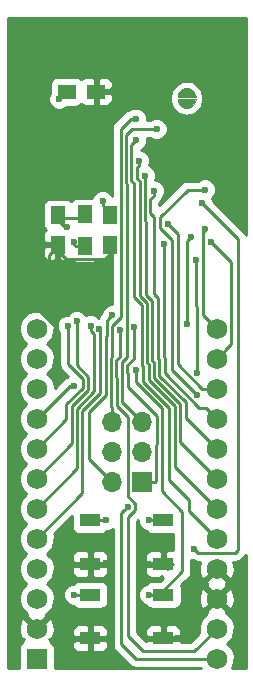
<source format=gbr>
G04 #@! TF.FileFunction,Copper,L2,Bot,Signal*
%FSLAX46Y46*%
G04 Gerber Fmt 4.6, Leading zero omitted, Abs format (unit mm)*
G04 Created by KiCad (PCBNEW 4.0.7) date 05/29/18 11:00:58*
%MOMM*%
%LPD*%
G01*
G04 APERTURE LIST*
%ADD10C,0.100000*%
%ADD11C,0.010000*%
%ADD12R,1.800000X1.100000*%
%ADD13R,1.752600X1.752600*%
%ADD14C,1.752600*%
%ADD15R,1.250000X1.500000*%
%ADD16C,0.400000*%
%ADD17R,1.300000X1.500000*%
%ADD18R,1.700000X1.700000*%
%ADD19O,1.700000X1.700000*%
%ADD20R,1.500000X1.250000*%
%ADD21C,0.600000*%
%ADD22C,0.250000*%
%ADD23C,0.254000*%
G04 APERTURE END LIST*
D10*
D11*
G36*
X113550000Y-104806000D02*
X113595200Y-105062500D01*
X113725500Y-105288100D01*
X113925000Y-105455500D01*
X114169800Y-105544600D01*
X114430200Y-105544600D01*
X114675000Y-105455500D01*
X114874500Y-105288100D01*
X115004800Y-105062500D01*
X115050000Y-104806000D01*
X113550000Y-104806000D01*
X113550000Y-104806000D01*
G37*
X113550000Y-104806000D02*
X113595200Y-105062500D01*
X113725500Y-105288100D01*
X113925000Y-105455500D01*
X114169800Y-105544600D01*
X114430200Y-105544600D01*
X114675000Y-105455500D01*
X114874500Y-105288100D01*
X115004800Y-105062500D01*
X115050000Y-104806000D01*
X113550000Y-104806000D01*
G36*
X115050000Y-104606000D02*
X115004800Y-104349500D01*
X114874500Y-104123900D01*
X114675000Y-103956500D01*
X114430200Y-103867400D01*
X114169800Y-103867400D01*
X113925000Y-103956500D01*
X113725500Y-104123900D01*
X113595200Y-104349500D01*
X113550000Y-104606000D01*
X115050000Y-104606000D01*
X115050000Y-104606000D01*
G37*
X115050000Y-104606000D02*
X115004800Y-104349500D01*
X114874500Y-104123900D01*
X114675000Y-103956500D01*
X114430200Y-103867400D01*
X114169800Y-103867400D01*
X113925000Y-103956500D01*
X113725500Y-104123900D01*
X113595200Y-104349500D01*
X113550000Y-104606000D01*
X115050000Y-104606000D01*
D12*
X106131500Y-144145000D03*
X112331500Y-144145000D03*
X106131500Y-140445000D03*
X112331500Y-140445000D03*
D13*
X101600000Y-152146000D03*
D14*
X101600000Y-149606000D03*
X101600000Y-147066000D03*
X101600000Y-144526000D03*
X101600000Y-141986000D03*
X101600000Y-139446000D03*
X101600000Y-136906000D03*
X101600000Y-134366000D03*
X101600000Y-131826000D03*
X101600000Y-129286000D03*
X101600000Y-126746000D03*
X101600000Y-124206000D03*
X116840000Y-124206000D03*
X116840000Y-126746000D03*
X116840000Y-129286000D03*
X116840000Y-131826000D03*
X116840000Y-134366000D03*
X116840000Y-136906000D03*
X116840000Y-139446000D03*
X116840000Y-141986000D03*
X116840000Y-144526000D03*
X116840000Y-147066000D03*
X116840000Y-149606000D03*
X116840000Y-152146000D03*
D15*
X103378000Y-114594000D03*
X103378000Y-117094000D03*
D16*
X114300000Y-104256000D03*
X114300000Y-105156000D03*
X114300000Y-105156000D03*
X114300000Y-104256000D03*
D17*
X105664000Y-114521000D03*
X105664000Y-117221000D03*
D12*
X112320000Y-146740000D03*
X106120000Y-146740000D03*
X112320000Y-150440000D03*
X106120000Y-150440000D03*
D18*
X110490000Y-137160000D03*
D19*
X107950000Y-137160000D03*
X110490000Y-134620000D03*
X107950000Y-134620000D03*
X110490000Y-132080000D03*
X107950000Y-132080000D03*
D15*
X107823000Y-114594000D03*
X107823000Y-117094000D03*
D20*
X104140000Y-104140000D03*
X106640000Y-104140000D03*
D21*
X111125000Y-144153500D03*
X102616000Y-118618000D03*
X100076000Y-121412000D03*
X103251000Y-125095000D03*
X107442000Y-144018000D03*
X113538000Y-150368000D03*
X103124000Y-100076000D03*
X102362000Y-100076000D03*
X109474000Y-100076000D03*
X116078000Y-100076000D03*
X116078000Y-98806000D03*
X109474000Y-98806000D03*
X103124000Y-98806000D03*
X102362000Y-98806000D03*
X104774982Y-150558500D03*
X104140000Y-115570000D03*
X107188000Y-113411008D03*
X109982000Y-106426000D03*
X114333020Y-123842782D03*
X110012480Y-127692819D03*
X114670840Y-116471700D03*
X111115010Y-146740000D03*
X104775000Y-146740000D03*
X111760000Y-107315000D03*
X104775000Y-116840000D03*
X114935000Y-142875000D03*
X111115010Y-140453500D03*
X107442000Y-140453500D03*
X115570000Y-113538002D03*
X104775000Y-129029460D03*
X109867915Y-124106021D03*
X107981389Y-123087320D03*
X106917880Y-124206004D03*
X106160576Y-123948109D03*
X104976278Y-123603443D03*
X104239847Y-123961990D03*
X115176300Y-127944880D03*
X115062000Y-118364000D03*
X116332000Y-116840000D03*
X115869720Y-115742720D03*
X110041021Y-108204000D03*
X110236000Y-109982000D03*
X110744000Y-111252000D03*
X111506000Y-112522000D03*
X112356900Y-117088920D03*
X112717580Y-115392200D03*
X108617903Y-124289363D03*
X109296200Y-139291060D03*
X115854480Y-112435640D03*
X115211860Y-129821940D03*
X103505000Y-104775000D03*
D22*
X106640000Y-104140000D02*
X107640000Y-104140000D01*
X107640000Y-104140000D02*
X109474000Y-102306000D01*
X109474000Y-102306000D02*
X109474000Y-100500264D01*
X109474000Y-100500264D02*
X109474000Y-100076000D01*
X112331500Y-144145000D02*
X111133500Y-144145000D01*
X111133500Y-144145000D02*
X111125000Y-144153500D01*
X106131500Y-144145000D02*
X107315000Y-144145000D01*
X107315000Y-144145000D02*
X107442000Y-144018000D01*
X103251000Y-117348000D02*
X103251000Y-117473000D01*
X103251000Y-117473000D02*
X104103000Y-118325000D01*
X104103000Y-118325000D02*
X107325000Y-118325000D01*
X107325000Y-118325000D02*
X107950000Y-117700000D01*
X107950000Y-117700000D02*
X107950000Y-117475000D01*
X102616000Y-118618000D02*
X102616000Y-117983000D01*
X102616000Y-117983000D02*
X103251000Y-117348000D01*
X103251000Y-125095000D02*
X103251000Y-124079074D01*
X103251000Y-124079074D02*
X100583926Y-121412000D01*
X100583926Y-121412000D02*
X100076000Y-121412000D01*
X112712500Y-144526000D02*
X112331500Y-144145000D01*
X112331500Y-144145000D02*
X113103499Y-144145000D01*
X112320000Y-150440000D02*
X113466000Y-150440000D01*
X113466000Y-150440000D02*
X113538000Y-150368000D01*
X104774982Y-150558500D02*
X106001500Y-150558500D01*
X106001500Y-150558500D02*
X106120000Y-150440000D01*
X102362000Y-100076000D02*
X103124000Y-100076000D01*
X116078000Y-100076000D02*
X109474000Y-100076000D01*
X109474000Y-98806000D02*
X116078000Y-98806000D01*
X102362000Y-98806000D02*
X103124000Y-98806000D01*
X104140000Y-115570000D02*
X103973000Y-115570000D01*
X103973000Y-115570000D02*
X103251000Y-114848000D01*
X103251000Y-114848000D02*
X105464000Y-114848000D01*
X105464000Y-114848000D02*
X105791000Y-114521000D01*
X107950000Y-114554000D02*
X107188000Y-113792000D01*
X107188000Y-113792000D02*
X107188000Y-113411008D01*
X107950000Y-130877919D02*
X107887585Y-130815504D01*
X108710977Y-112053212D02*
X108710977Y-107272759D01*
X107992901Y-123989361D02*
X108779988Y-123202274D01*
X107887585Y-126692429D02*
X107992901Y-126587113D01*
X108779988Y-123202274D02*
X108779988Y-112122223D01*
X107992901Y-126587113D02*
X107992901Y-123989361D01*
X109557736Y-106426000D02*
X109982000Y-106426000D01*
X107950000Y-132080000D02*
X107950000Y-130877919D01*
X108779988Y-112122223D02*
X108710977Y-112053212D01*
X108710977Y-107272759D02*
X109557736Y-106426000D01*
X107887585Y-130815504D02*
X107887585Y-126692429D01*
X114333020Y-123418518D02*
X114333020Y-123842782D01*
X114670840Y-116471700D02*
X114333020Y-116809520D01*
X114333020Y-116809520D02*
X114333020Y-123418518D01*
X113931510Y-139712510D02*
X112220171Y-138001171D01*
X113931510Y-140258600D02*
X113931510Y-139712510D01*
X110012480Y-128757115D02*
X110012480Y-128117083D01*
X112220171Y-138001171D02*
X112220171Y-130964806D01*
X110012480Y-128117083D02*
X110012480Y-127692819D01*
X112220171Y-130964806D02*
X110012480Y-128757115D01*
X111539274Y-146740000D02*
X111115010Y-146740000D01*
X111959000Y-146740000D02*
X111539274Y-146740000D01*
X113931510Y-144767490D02*
X111959000Y-146740000D01*
X113931510Y-140258600D02*
X113931510Y-144767490D01*
X112320000Y-146740000D02*
X111115010Y-146740000D01*
X113931510Y-140258600D02*
X113919000Y-140246090D01*
X106120000Y-146740000D02*
X104775000Y-146740000D01*
X109229999Y-123651677D02*
X109229999Y-111935823D01*
X109242913Y-123664591D02*
X109229999Y-123651677D01*
X110490000Y-132080000D02*
X108843702Y-130433702D01*
X108843702Y-128180037D02*
X108787607Y-128123942D01*
X109691992Y-107315000D02*
X111335736Y-107315000D01*
X108787607Y-127065229D02*
X109242913Y-126609923D01*
X111335736Y-107315000D02*
X111760000Y-107315000D01*
X109160988Y-111866812D02*
X109160988Y-107846004D01*
X109229999Y-111935823D02*
X109160988Y-111866812D01*
X108787607Y-128123942D02*
X108787607Y-127065229D01*
X109242913Y-126609923D02*
X109242913Y-123664591D01*
X108843702Y-130433702D02*
X108843702Y-128180037D01*
X109160988Y-107846004D02*
X109691992Y-107315000D01*
X104775000Y-117105000D02*
X104775000Y-116840000D01*
X104891000Y-117221000D02*
X104775000Y-117105000D01*
X105791000Y-117221000D02*
X104891000Y-117221000D01*
X116223801Y-143187301D02*
X115247301Y-143187301D01*
X115247301Y-143187301D02*
X114935000Y-142875000D01*
X111123510Y-140445000D02*
X111115010Y-140453500D01*
X112331500Y-140445000D02*
X111123510Y-140445000D01*
X106131500Y-140445000D02*
X107433500Y-140445000D01*
X107433500Y-140445000D02*
X107442000Y-140453500D01*
X118432699Y-143187301D02*
X118663997Y-142956003D01*
X115869999Y-113838001D02*
X115570000Y-113538002D01*
X118663997Y-142956003D02*
X118663997Y-116631999D01*
X118663997Y-116631999D02*
X115869999Y-113838001D01*
X116223801Y-143187301D02*
X118432699Y-143187301D01*
X104396540Y-129029460D02*
X104775000Y-129029460D01*
X101600000Y-131826000D02*
X104396540Y-129029460D01*
X101854000Y-131826000D02*
X101600000Y-131826000D01*
X111590000Y-137160000D02*
X111665001Y-137084999D01*
X111770160Y-133950840D02*
X111770160Y-131621158D01*
X111770160Y-131621158D02*
X109293713Y-129144711D01*
X109293713Y-129144711D02*
X109293713Y-127993637D01*
X109867915Y-126707241D02*
X109867915Y-124530285D01*
X111665001Y-134055999D02*
X111770160Y-133950840D01*
X109293713Y-127993637D02*
X109237618Y-127937542D01*
X109867915Y-124530285D02*
X109867915Y-124106021D01*
X109237618Y-127337538D02*
X109867915Y-126707241D01*
X109237618Y-127937542D02*
X109237618Y-127337538D01*
X110490000Y-137160000D02*
X111590000Y-137160000D01*
X111665001Y-137084999D02*
X111665001Y-134055999D01*
X107542890Y-124775765D02*
X107542890Y-123525819D01*
X107437574Y-124881081D02*
X107542890Y-124775765D01*
X107437574Y-129837534D02*
X107437574Y-124881081D01*
X106045000Y-131230108D02*
X107437574Y-129837534D01*
X106045000Y-135255000D02*
X106045000Y-131230108D01*
X107950000Y-137160000D02*
X106045000Y-135255000D01*
X107681390Y-123387319D02*
X107981389Y-123087320D01*
X107542890Y-123525819D02*
X107681390Y-123387319D01*
X106943280Y-124231404D02*
X106917880Y-124206004D01*
X105467991Y-131170706D02*
X106943280Y-129695417D01*
X105467991Y-138118009D02*
X105467991Y-131170706D01*
X101600000Y-141986000D02*
X105467991Y-138118009D01*
X106943280Y-129695417D02*
X106943280Y-124231404D01*
X106160576Y-124372373D02*
X106160576Y-123948109D01*
X101600000Y-139446000D02*
X105017980Y-136028020D01*
X105017980Y-136028020D02*
X105017980Y-130984306D01*
X106472003Y-124683800D02*
X106160576Y-124372373D01*
X106472003Y-129530283D02*
X106472003Y-124683800D01*
X105017980Y-130984306D02*
X106472003Y-129530283D01*
X104976278Y-124027707D02*
X104976278Y-123603443D01*
X105977013Y-128291598D02*
X104976278Y-127290863D01*
X105977013Y-129388862D02*
X105977013Y-128291598D01*
X104567969Y-133938031D02*
X104567969Y-130797906D01*
X101600000Y-136906000D02*
X104567969Y-133938031D01*
X104567969Y-130797906D02*
X105977013Y-129388862D01*
X104976278Y-127290863D02*
X104976278Y-124027707D01*
X104239847Y-127190843D02*
X104239847Y-124386254D01*
X104239847Y-124386254D02*
X104239847Y-123961990D01*
X105527002Y-128477998D02*
X104239847Y-127190843D01*
X104117958Y-130611506D02*
X105527002Y-129202462D01*
X104117958Y-131848042D02*
X104117958Y-130611506D01*
X101600000Y-134366000D02*
X104117958Y-131848042D01*
X105527002Y-129202462D02*
X105527002Y-128477998D01*
X115176300Y-122989460D02*
X115176300Y-127520616D01*
X115135821Y-122948981D02*
X115176300Y-122989460D01*
X115062000Y-118364000D02*
X115062000Y-122275158D01*
X115062000Y-122275158D02*
X115135821Y-122348979D01*
X115135821Y-122348979D02*
X115135821Y-122948981D01*
X115176300Y-127520616D02*
X115176300Y-127944880D01*
X116332000Y-116840000D02*
X118041301Y-118549301D01*
X118041301Y-118549301D02*
X118041301Y-125544699D01*
X118041301Y-125544699D02*
X117716299Y-125869701D01*
X117716299Y-125869701D02*
X116840000Y-126746000D01*
X116840000Y-124206000D02*
X115687002Y-123053002D01*
X115687002Y-123053002D02*
X115687002Y-116024498D01*
X115869720Y-115841780D02*
X115869720Y-115742720D01*
X115687002Y-116024498D02*
X115869720Y-115841780D01*
X110637481Y-127431517D02*
X110492925Y-127286961D01*
X110492925Y-127286961D02*
X110492925Y-122208534D01*
X109741022Y-108503999D02*
X110041021Y-108204000D01*
X109610999Y-111680412D02*
X109610999Y-108634022D01*
X110492925Y-122208534D02*
X109855009Y-121570618D01*
X109855009Y-121570618D02*
X109855009Y-111924422D01*
X116840000Y-141986000D02*
X114496011Y-139642011D01*
X114496011Y-139642011D02*
X114496011Y-138751600D01*
X114496011Y-138751600D02*
X112788700Y-137044289D01*
X112788700Y-137044289D02*
X112788700Y-130896924D01*
X109610999Y-108634022D02*
X109741022Y-108503999D01*
X112788700Y-130896924D02*
X110637481Y-128745705D01*
X109855009Y-111924422D02*
X109610999Y-111680412D01*
X110637481Y-128745705D02*
X110637481Y-127431517D01*
X110118999Y-110523265D02*
X110236000Y-110406264D01*
X110313449Y-111746451D02*
X110118999Y-111552001D01*
X110118999Y-111552001D02*
X110118999Y-110523265D01*
X116840000Y-139446000D02*
X113321669Y-135927669D01*
X110236000Y-110406264D02*
X110236000Y-109982000D01*
X113321669Y-135927669D02*
X113321669Y-130793481D01*
X113321669Y-130793481D02*
X111087492Y-128559304D01*
X111087492Y-128559304D02*
X111087492Y-127245117D01*
X110942936Y-127100561D02*
X110942936Y-122022134D01*
X110942936Y-122022134D02*
X110372998Y-121452196D01*
X111087492Y-127245117D02*
X110942936Y-127100561D01*
X110313449Y-115275761D02*
X110313449Y-111746451D01*
X110372998Y-121452196D02*
X110372998Y-115335310D01*
X110372998Y-115335310D02*
X110313449Y-115275761D01*
X111392947Y-121835734D02*
X110880998Y-121323785D01*
X113771680Y-133837680D02*
X113771680Y-130607081D01*
X110763460Y-115089361D02*
X110763460Y-111271460D01*
X110763460Y-111271460D02*
X110744000Y-111252000D01*
X111537503Y-128372904D02*
X111537503Y-127058717D01*
X111392947Y-126914161D02*
X111392947Y-121835734D01*
X111537503Y-127058717D02*
X111392947Y-126914161D01*
X110880998Y-121323785D02*
X110880998Y-115206899D01*
X116840000Y-136906000D02*
X113771680Y-133837680D01*
X113771680Y-130607081D02*
X111537503Y-128372904D01*
X110880998Y-115206899D02*
X110763460Y-115089361D01*
X111987514Y-128186504D02*
X111987514Y-126872317D01*
X111213471Y-114443221D02*
X111213471Y-113238793D01*
X114233960Y-131759960D02*
X114233960Y-130432950D01*
X114233960Y-130432950D02*
X111987514Y-128186504D01*
X116840000Y-134366000D02*
X114233960Y-131759960D01*
X111987514Y-126872317D02*
X111842958Y-126727761D01*
X111842958Y-126727761D02*
X111842958Y-121649334D01*
X111842958Y-121649334D02*
X111506000Y-121312376D01*
X111506000Y-121312376D02*
X111506000Y-114735750D01*
X111213471Y-113238793D02*
X111506000Y-112946264D01*
X111506000Y-112946264D02*
X111506000Y-112522000D01*
X111506000Y-114735750D02*
X111213471Y-114443221D01*
X115963701Y-130949701D02*
X115387121Y-130949701D01*
X112356900Y-117513184D02*
X112356900Y-117088920D01*
X112356900Y-126605292D02*
X112356900Y-117513184D01*
X112437525Y-126685917D02*
X112356900Y-126605292D01*
X116840000Y-131826000D02*
X115963701Y-130949701D01*
X112437525Y-128000105D02*
X112437525Y-126685917D01*
X115387121Y-130949701D02*
X112437525Y-128000105D01*
X113536053Y-116210673D02*
X113017579Y-115692199D01*
X113536053Y-127221328D02*
X113536053Y-116210673D01*
X116840000Y-129286000D02*
X115600725Y-129286000D01*
X115600725Y-129286000D02*
X113536053Y-127221328D01*
X113017579Y-115692199D02*
X112717580Y-115392200D01*
X109921201Y-139029159D02*
X109311440Y-138419398D01*
X109921201Y-139591061D02*
X109921201Y-139029159D01*
X109311440Y-131702438D02*
X108393691Y-130784689D01*
X109311440Y-140200822D02*
X109921201Y-139591061D01*
X110617000Y-151511000D02*
X109311440Y-150205440D01*
X108337596Y-126878829D02*
X108617903Y-126598522D01*
X108393691Y-128366437D02*
X108337596Y-128310342D01*
X108617903Y-126598522D02*
X108617903Y-124713627D01*
X108617903Y-124713627D02*
X108617903Y-124289363D01*
X108337596Y-128310342D02*
X108337596Y-126878829D01*
X108393691Y-130784689D02*
X108393691Y-128366437D01*
X109311440Y-150205440D02*
X109311440Y-140200822D01*
X109311440Y-138419398D02*
X109311440Y-131702438D01*
X114935000Y-151511000D02*
X110617000Y-151511000D01*
X116840000Y-149606000D02*
X114935000Y-151511000D01*
X115430216Y-112435640D02*
X115854480Y-112435640D01*
X112067179Y-114757361D02*
X114388900Y-112435640D01*
X113086042Y-127696122D02*
X113086042Y-116685664D01*
X115211860Y-129821940D02*
X113086042Y-127696122D01*
X113086042Y-116685664D02*
X112067179Y-115666801D01*
X112067179Y-115666801D02*
X112067179Y-114757361D01*
X114388900Y-112435640D02*
X115430216Y-112435640D01*
X109982000Y-152146000D02*
X108782841Y-150946841D01*
X116840000Y-152146000D02*
X109982000Y-152146000D01*
X108782841Y-150946841D02*
X108782841Y-139804419D01*
X108782841Y-139804419D02*
X108996201Y-139591059D01*
X108996201Y-139591059D02*
X109296200Y-139291060D01*
X103505000Y-104775000D02*
X104140000Y-104140000D01*
D23*
G36*
X119305000Y-116249650D02*
X119201398Y-116094598D01*
X116505122Y-113398322D01*
X116505162Y-113352835D01*
X116433315Y-113178952D01*
X116646672Y-112965967D01*
X116789318Y-112622439D01*
X116789642Y-112250473D01*
X116647597Y-111906697D01*
X116384807Y-111643448D01*
X116041279Y-111500802D01*
X115669313Y-111500478D01*
X115325537Y-111642523D01*
X115292362Y-111675640D01*
X114388900Y-111675640D01*
X114098060Y-111733492D01*
X113851499Y-111898239D01*
X111973471Y-113776267D01*
X111973471Y-113553595D01*
X112043401Y-113483665D01*
X112208148Y-113237104D01*
X112231699Y-113118704D01*
X112298192Y-113052327D01*
X112440838Y-112708799D01*
X112441162Y-112336833D01*
X112299117Y-111993057D01*
X112036327Y-111729808D01*
X111692799Y-111587162D01*
X111617259Y-111587096D01*
X111678838Y-111438799D01*
X111679162Y-111066833D01*
X111537117Y-110723057D01*
X111274327Y-110459808D01*
X111082991Y-110380358D01*
X111170838Y-110168799D01*
X111171162Y-109796833D01*
X111029117Y-109453057D01*
X110766327Y-109189808D01*
X110435790Y-109052556D01*
X110569964Y-108997117D01*
X110833213Y-108734327D01*
X110975859Y-108390799D01*
X110976134Y-108075000D01*
X111197537Y-108075000D01*
X111229673Y-108107192D01*
X111573201Y-108249838D01*
X111945167Y-108250162D01*
X112288943Y-108108117D01*
X112552192Y-107845327D01*
X112694838Y-107501799D01*
X112695162Y-107129833D01*
X112553117Y-106786057D01*
X112290327Y-106522808D01*
X111946799Y-106380162D01*
X111574833Y-106379838D01*
X111231057Y-106521883D01*
X111197882Y-106555000D01*
X110916888Y-106555000D01*
X110917162Y-106240833D01*
X110775117Y-105897057D01*
X110512327Y-105633808D01*
X110168799Y-105491162D01*
X109796833Y-105490838D01*
X109453057Y-105632883D01*
X109385578Y-105700245D01*
X109266897Y-105723852D01*
X109020335Y-105888599D01*
X108173576Y-106735358D01*
X108008829Y-106981920D01*
X107950977Y-107272759D01*
X107950977Y-112053212D01*
X108008829Y-112344051D01*
X108019988Y-112360752D01*
X108019988Y-112976140D01*
X107981117Y-112882065D01*
X107718327Y-112618816D01*
X107374799Y-112476170D01*
X107002833Y-112475846D01*
X106659057Y-112617891D01*
X106395808Y-112880681D01*
X106294955Y-113123560D01*
X105014000Y-113123560D01*
X104778683Y-113167838D01*
X104562559Y-113306910D01*
X104485010Y-113420407D01*
X104467090Y-113392559D01*
X104254890Y-113247569D01*
X104003000Y-113196560D01*
X102753000Y-113196560D01*
X102517683Y-113240838D01*
X102301559Y-113379910D01*
X102156569Y-113592110D01*
X102105560Y-113844000D01*
X102105560Y-115344000D01*
X102149838Y-115579317D01*
X102288910Y-115795441D01*
X102357006Y-115841969D01*
X102214673Y-115984302D01*
X102118000Y-116217691D01*
X102118000Y-116808250D01*
X102276750Y-116967000D01*
X103251000Y-116967000D01*
X103251000Y-116947000D01*
X103505000Y-116947000D01*
X103505000Y-116967000D01*
X103525000Y-116967000D01*
X103525000Y-117221000D01*
X103505000Y-117221000D01*
X103505000Y-118320250D01*
X103663750Y-118479000D01*
X104129310Y-118479000D01*
X104362699Y-118382327D01*
X104460904Y-118284122D01*
X104549910Y-118422441D01*
X104762110Y-118567431D01*
X105014000Y-118618440D01*
X106314000Y-118618440D01*
X106549317Y-118574162D01*
X106765441Y-118435090D01*
X106816434Y-118360460D01*
X106838301Y-118382327D01*
X107071690Y-118479000D01*
X107537250Y-118479000D01*
X107696000Y-118320250D01*
X107696000Y-117221000D01*
X107676000Y-117221000D01*
X107676000Y-116967000D01*
X107696000Y-116967000D01*
X107696000Y-116947000D01*
X107950000Y-116947000D01*
X107950000Y-116967000D01*
X107970000Y-116967000D01*
X107970000Y-117221000D01*
X107950000Y-117221000D01*
X107950000Y-118320250D01*
X108019988Y-118390238D01*
X108019988Y-122152353D01*
X107796222Y-122152158D01*
X107452446Y-122294203D01*
X107189197Y-122556993D01*
X107046551Y-122900521D01*
X107046510Y-122947397D01*
X107005489Y-122988418D01*
X106840742Y-123234980D01*
X106833591Y-123270930D01*
X106805691Y-123270906D01*
X106690903Y-123155917D01*
X106347375Y-123013271D01*
X105975409Y-123012947D01*
X105777714Y-123094633D01*
X105769395Y-123074500D01*
X105506605Y-122811251D01*
X105163077Y-122668605D01*
X104791111Y-122668281D01*
X104447335Y-122810326D01*
X104230302Y-123026981D01*
X104054680Y-123026828D01*
X103710904Y-123168873D01*
X103447655Y-123431663D01*
X103305009Y-123775191D01*
X103304685Y-124147157D01*
X103446730Y-124490933D01*
X103479847Y-124524108D01*
X103479847Y-127190843D01*
X103537699Y-127481682D01*
X103702446Y-127728244D01*
X104228286Y-128254084D01*
X104167179Y-128315083D01*
X104105701Y-128327312D01*
X103859139Y-128492059D01*
X103111341Y-129239857D01*
X103111562Y-128986703D01*
X102881965Y-128431036D01*
X102467302Y-128015649D01*
X102880471Y-127603200D01*
X103111037Y-127047935D01*
X103111562Y-126446703D01*
X102881965Y-125891036D01*
X102467302Y-125475649D01*
X102880471Y-125063200D01*
X103111037Y-124507935D01*
X103111562Y-123906703D01*
X102881965Y-123351036D01*
X102457200Y-122925529D01*
X101901935Y-122694963D01*
X101300703Y-122694438D01*
X100745036Y-122924035D01*
X100319529Y-123348800D01*
X100088963Y-123904065D01*
X100088438Y-124505297D01*
X100318035Y-125060964D01*
X100732698Y-125476351D01*
X100319529Y-125888800D01*
X100088963Y-126444065D01*
X100088438Y-127045297D01*
X100318035Y-127600964D01*
X100732698Y-128016351D01*
X100319529Y-128428800D01*
X100088963Y-128984065D01*
X100088438Y-129585297D01*
X100318035Y-130140964D01*
X100732698Y-130556351D01*
X100319529Y-130968800D01*
X100088963Y-131524065D01*
X100088438Y-132125297D01*
X100318035Y-132680964D01*
X100732698Y-133096351D01*
X100319529Y-133508800D01*
X100088963Y-134064065D01*
X100088438Y-134665297D01*
X100318035Y-135220964D01*
X100732698Y-135636351D01*
X100319529Y-136048800D01*
X100088963Y-136604065D01*
X100088438Y-137205297D01*
X100318035Y-137760964D01*
X100732698Y-138176351D01*
X100319529Y-138588800D01*
X100088963Y-139144065D01*
X100088438Y-139745297D01*
X100318035Y-140300964D01*
X100732698Y-140716351D01*
X100319529Y-141128800D01*
X100088963Y-141684065D01*
X100088438Y-142285297D01*
X100318035Y-142840964D01*
X100732698Y-143256351D01*
X100319529Y-143668800D01*
X100088963Y-144224065D01*
X100088438Y-144825297D01*
X100318035Y-145380964D01*
X100732698Y-145796351D01*
X100319529Y-146208800D01*
X100088963Y-146764065D01*
X100088438Y-147365297D01*
X100318035Y-147920964D01*
X100742800Y-148346471D01*
X100776592Y-148360503D01*
X100716604Y-148542999D01*
X101600000Y-149426395D01*
X102483396Y-148542999D01*
X102423553Y-148360944D01*
X102454964Y-148347965D01*
X102880471Y-147923200D01*
X103111037Y-147367935D01*
X103111423Y-146925167D01*
X103839838Y-146925167D01*
X103981883Y-147268943D01*
X104244673Y-147532192D01*
X104588201Y-147674838D01*
X104713122Y-147674947D01*
X104755910Y-147741441D01*
X104968110Y-147886431D01*
X105220000Y-147937440D01*
X107020000Y-147937440D01*
X107255317Y-147893162D01*
X107471441Y-147754090D01*
X107616431Y-147541890D01*
X107667440Y-147290000D01*
X107667440Y-146190000D01*
X107623162Y-145954683D01*
X107484090Y-145738559D01*
X107271890Y-145593569D01*
X107020000Y-145542560D01*
X105220000Y-145542560D01*
X104984683Y-145586838D01*
X104768559Y-145725910D01*
X104714556Y-145804947D01*
X104589833Y-145804838D01*
X104246057Y-145946883D01*
X103982808Y-146209673D01*
X103840162Y-146553201D01*
X103839838Y-146925167D01*
X103111423Y-146925167D01*
X103111562Y-146766703D01*
X102881965Y-146211036D01*
X102467302Y-145795649D01*
X102880471Y-145383200D01*
X103111037Y-144827935D01*
X103111383Y-144430750D01*
X104596500Y-144430750D01*
X104596500Y-144821310D01*
X104693173Y-145054699D01*
X104871802Y-145233327D01*
X105105191Y-145330000D01*
X105845750Y-145330000D01*
X106004500Y-145171250D01*
X106004500Y-144272000D01*
X106258500Y-144272000D01*
X106258500Y-145171250D01*
X106417250Y-145330000D01*
X107157809Y-145330000D01*
X107391198Y-145233327D01*
X107569827Y-145054699D01*
X107666500Y-144821310D01*
X107666500Y-144430750D01*
X107507750Y-144272000D01*
X106258500Y-144272000D01*
X106004500Y-144272000D01*
X104755250Y-144272000D01*
X104596500Y-144430750D01*
X103111383Y-144430750D01*
X103111562Y-144226703D01*
X102881965Y-143671036D01*
X102679972Y-143468690D01*
X104596500Y-143468690D01*
X104596500Y-143859250D01*
X104755250Y-144018000D01*
X106004500Y-144018000D01*
X106004500Y-143118750D01*
X106258500Y-143118750D01*
X106258500Y-144018000D01*
X107507750Y-144018000D01*
X107666500Y-143859250D01*
X107666500Y-143468690D01*
X107569827Y-143235301D01*
X107391198Y-143056673D01*
X107157809Y-142960000D01*
X106417250Y-142960000D01*
X106258500Y-143118750D01*
X106004500Y-143118750D01*
X105845750Y-142960000D01*
X105105191Y-142960000D01*
X104871802Y-143056673D01*
X104693173Y-143235301D01*
X104596500Y-143468690D01*
X102679972Y-143468690D01*
X102467302Y-143255649D01*
X102880471Y-142843200D01*
X103111037Y-142287935D01*
X103111562Y-141686703D01*
X103071370Y-141589432D01*
X104584060Y-140076742D01*
X104584060Y-140995000D01*
X104628338Y-141230317D01*
X104767410Y-141446441D01*
X104979610Y-141591431D01*
X105231500Y-141642440D01*
X107031500Y-141642440D01*
X107266817Y-141598162D01*
X107482941Y-141459090D01*
X107531120Y-141388578D01*
X107627167Y-141388662D01*
X107970943Y-141246617D01*
X108022841Y-141194809D01*
X108022841Y-150946841D01*
X108080693Y-151237680D01*
X108245440Y-151484242D01*
X109444599Y-152683401D01*
X109691161Y-152848148D01*
X109982000Y-152906000D01*
X115518797Y-152906000D01*
X115541109Y-152960000D01*
X103123740Y-152960000D01*
X103123740Y-151269700D01*
X103079462Y-151034383D01*
X102940390Y-150818259D01*
X102804999Y-150725750D01*
X104585000Y-150725750D01*
X104585000Y-151116310D01*
X104681673Y-151349699D01*
X104860302Y-151528327D01*
X105093691Y-151625000D01*
X105834250Y-151625000D01*
X105993000Y-151466250D01*
X105993000Y-150567000D01*
X106247000Y-150567000D01*
X106247000Y-151466250D01*
X106405750Y-151625000D01*
X107146309Y-151625000D01*
X107379698Y-151528327D01*
X107558327Y-151349699D01*
X107655000Y-151116310D01*
X107655000Y-150725750D01*
X107496250Y-150567000D01*
X106247000Y-150567000D01*
X105993000Y-150567000D01*
X104743750Y-150567000D01*
X104585000Y-150725750D01*
X102804999Y-150725750D01*
X102728190Y-150673269D01*
X102711720Y-150669934D01*
X102777631Y-150604023D01*
X102663003Y-150489395D01*
X102917027Y-150405896D01*
X103122882Y-149841003D01*
X103119537Y-149763690D01*
X104585000Y-149763690D01*
X104585000Y-150154250D01*
X104743750Y-150313000D01*
X105993000Y-150313000D01*
X105993000Y-149413750D01*
X106247000Y-149413750D01*
X106247000Y-150313000D01*
X107496250Y-150313000D01*
X107655000Y-150154250D01*
X107655000Y-149763690D01*
X107558327Y-149530301D01*
X107379698Y-149351673D01*
X107146309Y-149255000D01*
X106405750Y-149255000D01*
X106247000Y-149413750D01*
X105993000Y-149413750D01*
X105834250Y-149255000D01*
X105093691Y-149255000D01*
X104860302Y-149351673D01*
X104681673Y-149530301D01*
X104585000Y-149763690D01*
X103119537Y-149763690D01*
X103096891Y-149240332D01*
X102917027Y-148806104D01*
X102663001Y-148722604D01*
X101779605Y-149606000D01*
X101793748Y-149620143D01*
X101614143Y-149799748D01*
X101600000Y-149785605D01*
X101585858Y-149799748D01*
X101406253Y-149620143D01*
X101420395Y-149606000D01*
X100536999Y-148722604D01*
X100282973Y-148806104D01*
X100077118Y-149370997D01*
X100103109Y-149971668D01*
X100282973Y-150405896D01*
X100536997Y-150489395D01*
X100422369Y-150604023D01*
X100486254Y-150667908D01*
X100272259Y-150805610D01*
X100127269Y-151017810D01*
X100076260Y-151269700D01*
X100076260Y-152960000D01*
X99135000Y-152960000D01*
X99135000Y-117379750D01*
X102118000Y-117379750D01*
X102118000Y-117970309D01*
X102214673Y-118203698D01*
X102393301Y-118382327D01*
X102626690Y-118479000D01*
X103092250Y-118479000D01*
X103251000Y-118320250D01*
X103251000Y-117221000D01*
X102276750Y-117221000D01*
X102118000Y-117379750D01*
X99135000Y-117379750D01*
X99135000Y-104960167D01*
X102569838Y-104960167D01*
X102711883Y-105303943D01*
X102974673Y-105567192D01*
X103318201Y-105709838D01*
X103690167Y-105710162D01*
X104033943Y-105568117D01*
X104189892Y-105412440D01*
X104890000Y-105412440D01*
X105125317Y-105368162D01*
X105341441Y-105229090D01*
X105387969Y-105160994D01*
X105530302Y-105303327D01*
X105763691Y-105400000D01*
X106354250Y-105400000D01*
X106513000Y-105241250D01*
X106513000Y-104267000D01*
X106767000Y-104267000D01*
X106767000Y-105241250D01*
X106925750Y-105400000D01*
X107516309Y-105400000D01*
X107749698Y-105303327D01*
X107928327Y-105124699D01*
X108025000Y-104891310D01*
X108025000Y-104606000D01*
X112910000Y-104606000D01*
X112923651Y-104674629D01*
X112924339Y-104706000D01*
X112923651Y-104737371D01*
X112910000Y-104806000D01*
X112920940Y-104861001D01*
X112919711Y-104917068D01*
X112964911Y-105173568D01*
X113005221Y-105277257D01*
X113040997Y-105382592D01*
X113171297Y-105608191D01*
X113244564Y-105691709D01*
X113314116Y-105778369D01*
X113513617Y-105945769D01*
X113611069Y-105999233D01*
X113706107Y-106056903D01*
X113950907Y-106146003D01*
X114060773Y-106162913D01*
X114169800Y-106184600D01*
X114430200Y-106184600D01*
X114539227Y-106162913D01*
X114649093Y-106146003D01*
X114893893Y-106056903D01*
X114988926Y-105999236D01*
X115086384Y-105945769D01*
X115285884Y-105778369D01*
X115355436Y-105691709D01*
X115428703Y-105608192D01*
X115559003Y-105382592D01*
X115594779Y-105277257D01*
X115635089Y-105173568D01*
X115680289Y-104917068D01*
X115679060Y-104861001D01*
X115690000Y-104806000D01*
X115676349Y-104737371D01*
X115675661Y-104706000D01*
X115676349Y-104674629D01*
X115690000Y-104606000D01*
X115679060Y-104550999D01*
X115680289Y-104494932D01*
X115635089Y-104238432D01*
X115594779Y-104134743D01*
X115559003Y-104029408D01*
X115428703Y-103803808D01*
X115355436Y-103720291D01*
X115285884Y-103633631D01*
X115086384Y-103466231D01*
X114988926Y-103412764D01*
X114893893Y-103355097D01*
X114649093Y-103265997D01*
X114539227Y-103249087D01*
X114430200Y-103227400D01*
X114169800Y-103227400D01*
X114060773Y-103249087D01*
X113950907Y-103265997D01*
X113706107Y-103355097D01*
X113611069Y-103412767D01*
X113513617Y-103466231D01*
X113314116Y-103633631D01*
X113244564Y-103720291D01*
X113171297Y-103803809D01*
X113040997Y-104029408D01*
X113005221Y-104134743D01*
X112964911Y-104238432D01*
X112919711Y-104494932D01*
X112920940Y-104550999D01*
X112910000Y-104606000D01*
X108025000Y-104606000D01*
X108025000Y-104425750D01*
X107866250Y-104267000D01*
X106767000Y-104267000D01*
X106513000Y-104267000D01*
X106493000Y-104267000D01*
X106493000Y-104013000D01*
X106513000Y-104013000D01*
X106513000Y-103038750D01*
X106767000Y-103038750D01*
X106767000Y-104013000D01*
X107866250Y-104013000D01*
X108025000Y-103854250D01*
X108025000Y-103388690D01*
X107928327Y-103155301D01*
X107749698Y-102976673D01*
X107516309Y-102880000D01*
X106925750Y-102880000D01*
X106767000Y-103038750D01*
X106513000Y-103038750D01*
X106354250Y-102880000D01*
X105763691Y-102880000D01*
X105530302Y-102976673D01*
X105389064Y-103117910D01*
X105354090Y-103063559D01*
X105141890Y-102918569D01*
X104890000Y-102867560D01*
X103390000Y-102867560D01*
X103154683Y-102911838D01*
X102938559Y-103050910D01*
X102793569Y-103263110D01*
X102742560Y-103515000D01*
X102742560Y-104214973D01*
X102712808Y-104244673D01*
X102570162Y-104588201D01*
X102569838Y-104960167D01*
X99135000Y-104960167D01*
X99135000Y-97917000D01*
X119305000Y-97917000D01*
X119305000Y-116249650D01*
X119305000Y-116249650D01*
G37*
X119305000Y-116249650D02*
X119201398Y-116094598D01*
X116505122Y-113398322D01*
X116505162Y-113352835D01*
X116433315Y-113178952D01*
X116646672Y-112965967D01*
X116789318Y-112622439D01*
X116789642Y-112250473D01*
X116647597Y-111906697D01*
X116384807Y-111643448D01*
X116041279Y-111500802D01*
X115669313Y-111500478D01*
X115325537Y-111642523D01*
X115292362Y-111675640D01*
X114388900Y-111675640D01*
X114098060Y-111733492D01*
X113851499Y-111898239D01*
X111973471Y-113776267D01*
X111973471Y-113553595D01*
X112043401Y-113483665D01*
X112208148Y-113237104D01*
X112231699Y-113118704D01*
X112298192Y-113052327D01*
X112440838Y-112708799D01*
X112441162Y-112336833D01*
X112299117Y-111993057D01*
X112036327Y-111729808D01*
X111692799Y-111587162D01*
X111617259Y-111587096D01*
X111678838Y-111438799D01*
X111679162Y-111066833D01*
X111537117Y-110723057D01*
X111274327Y-110459808D01*
X111082991Y-110380358D01*
X111170838Y-110168799D01*
X111171162Y-109796833D01*
X111029117Y-109453057D01*
X110766327Y-109189808D01*
X110435790Y-109052556D01*
X110569964Y-108997117D01*
X110833213Y-108734327D01*
X110975859Y-108390799D01*
X110976134Y-108075000D01*
X111197537Y-108075000D01*
X111229673Y-108107192D01*
X111573201Y-108249838D01*
X111945167Y-108250162D01*
X112288943Y-108108117D01*
X112552192Y-107845327D01*
X112694838Y-107501799D01*
X112695162Y-107129833D01*
X112553117Y-106786057D01*
X112290327Y-106522808D01*
X111946799Y-106380162D01*
X111574833Y-106379838D01*
X111231057Y-106521883D01*
X111197882Y-106555000D01*
X110916888Y-106555000D01*
X110917162Y-106240833D01*
X110775117Y-105897057D01*
X110512327Y-105633808D01*
X110168799Y-105491162D01*
X109796833Y-105490838D01*
X109453057Y-105632883D01*
X109385578Y-105700245D01*
X109266897Y-105723852D01*
X109020335Y-105888599D01*
X108173576Y-106735358D01*
X108008829Y-106981920D01*
X107950977Y-107272759D01*
X107950977Y-112053212D01*
X108008829Y-112344051D01*
X108019988Y-112360752D01*
X108019988Y-112976140D01*
X107981117Y-112882065D01*
X107718327Y-112618816D01*
X107374799Y-112476170D01*
X107002833Y-112475846D01*
X106659057Y-112617891D01*
X106395808Y-112880681D01*
X106294955Y-113123560D01*
X105014000Y-113123560D01*
X104778683Y-113167838D01*
X104562559Y-113306910D01*
X104485010Y-113420407D01*
X104467090Y-113392559D01*
X104254890Y-113247569D01*
X104003000Y-113196560D01*
X102753000Y-113196560D01*
X102517683Y-113240838D01*
X102301559Y-113379910D01*
X102156569Y-113592110D01*
X102105560Y-113844000D01*
X102105560Y-115344000D01*
X102149838Y-115579317D01*
X102288910Y-115795441D01*
X102357006Y-115841969D01*
X102214673Y-115984302D01*
X102118000Y-116217691D01*
X102118000Y-116808250D01*
X102276750Y-116967000D01*
X103251000Y-116967000D01*
X103251000Y-116947000D01*
X103505000Y-116947000D01*
X103505000Y-116967000D01*
X103525000Y-116967000D01*
X103525000Y-117221000D01*
X103505000Y-117221000D01*
X103505000Y-118320250D01*
X103663750Y-118479000D01*
X104129310Y-118479000D01*
X104362699Y-118382327D01*
X104460904Y-118284122D01*
X104549910Y-118422441D01*
X104762110Y-118567431D01*
X105014000Y-118618440D01*
X106314000Y-118618440D01*
X106549317Y-118574162D01*
X106765441Y-118435090D01*
X106816434Y-118360460D01*
X106838301Y-118382327D01*
X107071690Y-118479000D01*
X107537250Y-118479000D01*
X107696000Y-118320250D01*
X107696000Y-117221000D01*
X107676000Y-117221000D01*
X107676000Y-116967000D01*
X107696000Y-116967000D01*
X107696000Y-116947000D01*
X107950000Y-116947000D01*
X107950000Y-116967000D01*
X107970000Y-116967000D01*
X107970000Y-117221000D01*
X107950000Y-117221000D01*
X107950000Y-118320250D01*
X108019988Y-118390238D01*
X108019988Y-122152353D01*
X107796222Y-122152158D01*
X107452446Y-122294203D01*
X107189197Y-122556993D01*
X107046551Y-122900521D01*
X107046510Y-122947397D01*
X107005489Y-122988418D01*
X106840742Y-123234980D01*
X106833591Y-123270930D01*
X106805691Y-123270906D01*
X106690903Y-123155917D01*
X106347375Y-123013271D01*
X105975409Y-123012947D01*
X105777714Y-123094633D01*
X105769395Y-123074500D01*
X105506605Y-122811251D01*
X105163077Y-122668605D01*
X104791111Y-122668281D01*
X104447335Y-122810326D01*
X104230302Y-123026981D01*
X104054680Y-123026828D01*
X103710904Y-123168873D01*
X103447655Y-123431663D01*
X103305009Y-123775191D01*
X103304685Y-124147157D01*
X103446730Y-124490933D01*
X103479847Y-124524108D01*
X103479847Y-127190843D01*
X103537699Y-127481682D01*
X103702446Y-127728244D01*
X104228286Y-128254084D01*
X104167179Y-128315083D01*
X104105701Y-128327312D01*
X103859139Y-128492059D01*
X103111341Y-129239857D01*
X103111562Y-128986703D01*
X102881965Y-128431036D01*
X102467302Y-128015649D01*
X102880471Y-127603200D01*
X103111037Y-127047935D01*
X103111562Y-126446703D01*
X102881965Y-125891036D01*
X102467302Y-125475649D01*
X102880471Y-125063200D01*
X103111037Y-124507935D01*
X103111562Y-123906703D01*
X102881965Y-123351036D01*
X102457200Y-122925529D01*
X101901935Y-122694963D01*
X101300703Y-122694438D01*
X100745036Y-122924035D01*
X100319529Y-123348800D01*
X100088963Y-123904065D01*
X100088438Y-124505297D01*
X100318035Y-125060964D01*
X100732698Y-125476351D01*
X100319529Y-125888800D01*
X100088963Y-126444065D01*
X100088438Y-127045297D01*
X100318035Y-127600964D01*
X100732698Y-128016351D01*
X100319529Y-128428800D01*
X100088963Y-128984065D01*
X100088438Y-129585297D01*
X100318035Y-130140964D01*
X100732698Y-130556351D01*
X100319529Y-130968800D01*
X100088963Y-131524065D01*
X100088438Y-132125297D01*
X100318035Y-132680964D01*
X100732698Y-133096351D01*
X100319529Y-133508800D01*
X100088963Y-134064065D01*
X100088438Y-134665297D01*
X100318035Y-135220964D01*
X100732698Y-135636351D01*
X100319529Y-136048800D01*
X100088963Y-136604065D01*
X100088438Y-137205297D01*
X100318035Y-137760964D01*
X100732698Y-138176351D01*
X100319529Y-138588800D01*
X100088963Y-139144065D01*
X100088438Y-139745297D01*
X100318035Y-140300964D01*
X100732698Y-140716351D01*
X100319529Y-141128800D01*
X100088963Y-141684065D01*
X100088438Y-142285297D01*
X100318035Y-142840964D01*
X100732698Y-143256351D01*
X100319529Y-143668800D01*
X100088963Y-144224065D01*
X100088438Y-144825297D01*
X100318035Y-145380964D01*
X100732698Y-145796351D01*
X100319529Y-146208800D01*
X100088963Y-146764065D01*
X100088438Y-147365297D01*
X100318035Y-147920964D01*
X100742800Y-148346471D01*
X100776592Y-148360503D01*
X100716604Y-148542999D01*
X101600000Y-149426395D01*
X102483396Y-148542999D01*
X102423553Y-148360944D01*
X102454964Y-148347965D01*
X102880471Y-147923200D01*
X103111037Y-147367935D01*
X103111423Y-146925167D01*
X103839838Y-146925167D01*
X103981883Y-147268943D01*
X104244673Y-147532192D01*
X104588201Y-147674838D01*
X104713122Y-147674947D01*
X104755910Y-147741441D01*
X104968110Y-147886431D01*
X105220000Y-147937440D01*
X107020000Y-147937440D01*
X107255317Y-147893162D01*
X107471441Y-147754090D01*
X107616431Y-147541890D01*
X107667440Y-147290000D01*
X107667440Y-146190000D01*
X107623162Y-145954683D01*
X107484090Y-145738559D01*
X107271890Y-145593569D01*
X107020000Y-145542560D01*
X105220000Y-145542560D01*
X104984683Y-145586838D01*
X104768559Y-145725910D01*
X104714556Y-145804947D01*
X104589833Y-145804838D01*
X104246057Y-145946883D01*
X103982808Y-146209673D01*
X103840162Y-146553201D01*
X103839838Y-146925167D01*
X103111423Y-146925167D01*
X103111562Y-146766703D01*
X102881965Y-146211036D01*
X102467302Y-145795649D01*
X102880471Y-145383200D01*
X103111037Y-144827935D01*
X103111383Y-144430750D01*
X104596500Y-144430750D01*
X104596500Y-144821310D01*
X104693173Y-145054699D01*
X104871802Y-145233327D01*
X105105191Y-145330000D01*
X105845750Y-145330000D01*
X106004500Y-145171250D01*
X106004500Y-144272000D01*
X106258500Y-144272000D01*
X106258500Y-145171250D01*
X106417250Y-145330000D01*
X107157809Y-145330000D01*
X107391198Y-145233327D01*
X107569827Y-145054699D01*
X107666500Y-144821310D01*
X107666500Y-144430750D01*
X107507750Y-144272000D01*
X106258500Y-144272000D01*
X106004500Y-144272000D01*
X104755250Y-144272000D01*
X104596500Y-144430750D01*
X103111383Y-144430750D01*
X103111562Y-144226703D01*
X102881965Y-143671036D01*
X102679972Y-143468690D01*
X104596500Y-143468690D01*
X104596500Y-143859250D01*
X104755250Y-144018000D01*
X106004500Y-144018000D01*
X106004500Y-143118750D01*
X106258500Y-143118750D01*
X106258500Y-144018000D01*
X107507750Y-144018000D01*
X107666500Y-143859250D01*
X107666500Y-143468690D01*
X107569827Y-143235301D01*
X107391198Y-143056673D01*
X107157809Y-142960000D01*
X106417250Y-142960000D01*
X106258500Y-143118750D01*
X106004500Y-143118750D01*
X105845750Y-142960000D01*
X105105191Y-142960000D01*
X104871802Y-143056673D01*
X104693173Y-143235301D01*
X104596500Y-143468690D01*
X102679972Y-143468690D01*
X102467302Y-143255649D01*
X102880471Y-142843200D01*
X103111037Y-142287935D01*
X103111562Y-141686703D01*
X103071370Y-141589432D01*
X104584060Y-140076742D01*
X104584060Y-140995000D01*
X104628338Y-141230317D01*
X104767410Y-141446441D01*
X104979610Y-141591431D01*
X105231500Y-141642440D01*
X107031500Y-141642440D01*
X107266817Y-141598162D01*
X107482941Y-141459090D01*
X107531120Y-141388578D01*
X107627167Y-141388662D01*
X107970943Y-141246617D01*
X108022841Y-141194809D01*
X108022841Y-150946841D01*
X108080693Y-151237680D01*
X108245440Y-151484242D01*
X109444599Y-152683401D01*
X109691161Y-152848148D01*
X109982000Y-152906000D01*
X115518797Y-152906000D01*
X115541109Y-152960000D01*
X103123740Y-152960000D01*
X103123740Y-151269700D01*
X103079462Y-151034383D01*
X102940390Y-150818259D01*
X102804999Y-150725750D01*
X104585000Y-150725750D01*
X104585000Y-151116310D01*
X104681673Y-151349699D01*
X104860302Y-151528327D01*
X105093691Y-151625000D01*
X105834250Y-151625000D01*
X105993000Y-151466250D01*
X105993000Y-150567000D01*
X106247000Y-150567000D01*
X106247000Y-151466250D01*
X106405750Y-151625000D01*
X107146309Y-151625000D01*
X107379698Y-151528327D01*
X107558327Y-151349699D01*
X107655000Y-151116310D01*
X107655000Y-150725750D01*
X107496250Y-150567000D01*
X106247000Y-150567000D01*
X105993000Y-150567000D01*
X104743750Y-150567000D01*
X104585000Y-150725750D01*
X102804999Y-150725750D01*
X102728190Y-150673269D01*
X102711720Y-150669934D01*
X102777631Y-150604023D01*
X102663003Y-150489395D01*
X102917027Y-150405896D01*
X103122882Y-149841003D01*
X103119537Y-149763690D01*
X104585000Y-149763690D01*
X104585000Y-150154250D01*
X104743750Y-150313000D01*
X105993000Y-150313000D01*
X105993000Y-149413750D01*
X106247000Y-149413750D01*
X106247000Y-150313000D01*
X107496250Y-150313000D01*
X107655000Y-150154250D01*
X107655000Y-149763690D01*
X107558327Y-149530301D01*
X107379698Y-149351673D01*
X107146309Y-149255000D01*
X106405750Y-149255000D01*
X106247000Y-149413750D01*
X105993000Y-149413750D01*
X105834250Y-149255000D01*
X105093691Y-149255000D01*
X104860302Y-149351673D01*
X104681673Y-149530301D01*
X104585000Y-149763690D01*
X103119537Y-149763690D01*
X103096891Y-149240332D01*
X102917027Y-148806104D01*
X102663001Y-148722604D01*
X101779605Y-149606000D01*
X101793748Y-149620143D01*
X101614143Y-149799748D01*
X101600000Y-149785605D01*
X101585858Y-149799748D01*
X101406253Y-149620143D01*
X101420395Y-149606000D01*
X100536999Y-148722604D01*
X100282973Y-148806104D01*
X100077118Y-149370997D01*
X100103109Y-149971668D01*
X100282973Y-150405896D01*
X100536997Y-150489395D01*
X100422369Y-150604023D01*
X100486254Y-150667908D01*
X100272259Y-150805610D01*
X100127269Y-151017810D01*
X100076260Y-151269700D01*
X100076260Y-152960000D01*
X99135000Y-152960000D01*
X99135000Y-117379750D01*
X102118000Y-117379750D01*
X102118000Y-117970309D01*
X102214673Y-118203698D01*
X102393301Y-118382327D01*
X102626690Y-118479000D01*
X103092250Y-118479000D01*
X103251000Y-118320250D01*
X103251000Y-117221000D01*
X102276750Y-117221000D01*
X102118000Y-117379750D01*
X99135000Y-117379750D01*
X99135000Y-104960167D01*
X102569838Y-104960167D01*
X102711883Y-105303943D01*
X102974673Y-105567192D01*
X103318201Y-105709838D01*
X103690167Y-105710162D01*
X104033943Y-105568117D01*
X104189892Y-105412440D01*
X104890000Y-105412440D01*
X105125317Y-105368162D01*
X105341441Y-105229090D01*
X105387969Y-105160994D01*
X105530302Y-105303327D01*
X105763691Y-105400000D01*
X106354250Y-105400000D01*
X106513000Y-105241250D01*
X106513000Y-104267000D01*
X106767000Y-104267000D01*
X106767000Y-105241250D01*
X106925750Y-105400000D01*
X107516309Y-105400000D01*
X107749698Y-105303327D01*
X107928327Y-105124699D01*
X108025000Y-104891310D01*
X108025000Y-104606000D01*
X112910000Y-104606000D01*
X112923651Y-104674629D01*
X112924339Y-104706000D01*
X112923651Y-104737371D01*
X112910000Y-104806000D01*
X112920940Y-104861001D01*
X112919711Y-104917068D01*
X112964911Y-105173568D01*
X113005221Y-105277257D01*
X113040997Y-105382592D01*
X113171297Y-105608191D01*
X113244564Y-105691709D01*
X113314116Y-105778369D01*
X113513617Y-105945769D01*
X113611069Y-105999233D01*
X113706107Y-106056903D01*
X113950907Y-106146003D01*
X114060773Y-106162913D01*
X114169800Y-106184600D01*
X114430200Y-106184600D01*
X114539227Y-106162913D01*
X114649093Y-106146003D01*
X114893893Y-106056903D01*
X114988926Y-105999236D01*
X115086384Y-105945769D01*
X115285884Y-105778369D01*
X115355436Y-105691709D01*
X115428703Y-105608192D01*
X115559003Y-105382592D01*
X115594779Y-105277257D01*
X115635089Y-105173568D01*
X115680289Y-104917068D01*
X115679060Y-104861001D01*
X115690000Y-104806000D01*
X115676349Y-104737371D01*
X115675661Y-104706000D01*
X115676349Y-104674629D01*
X115690000Y-104606000D01*
X115679060Y-104550999D01*
X115680289Y-104494932D01*
X115635089Y-104238432D01*
X115594779Y-104134743D01*
X115559003Y-104029408D01*
X115428703Y-103803808D01*
X115355436Y-103720291D01*
X115285884Y-103633631D01*
X115086384Y-103466231D01*
X114988926Y-103412764D01*
X114893893Y-103355097D01*
X114649093Y-103265997D01*
X114539227Y-103249087D01*
X114430200Y-103227400D01*
X114169800Y-103227400D01*
X114060773Y-103249087D01*
X113950907Y-103265997D01*
X113706107Y-103355097D01*
X113611069Y-103412767D01*
X113513617Y-103466231D01*
X113314116Y-103633631D01*
X113244564Y-103720291D01*
X113171297Y-103803809D01*
X113040997Y-104029408D01*
X113005221Y-104134743D01*
X112964911Y-104238432D01*
X112919711Y-104494932D01*
X112920940Y-104550999D01*
X112910000Y-104606000D01*
X108025000Y-104606000D01*
X108025000Y-104425750D01*
X107866250Y-104267000D01*
X106767000Y-104267000D01*
X106513000Y-104267000D01*
X106493000Y-104267000D01*
X106493000Y-104013000D01*
X106513000Y-104013000D01*
X106513000Y-103038750D01*
X106767000Y-103038750D01*
X106767000Y-104013000D01*
X107866250Y-104013000D01*
X108025000Y-103854250D01*
X108025000Y-103388690D01*
X107928327Y-103155301D01*
X107749698Y-102976673D01*
X107516309Y-102880000D01*
X106925750Y-102880000D01*
X106767000Y-103038750D01*
X106513000Y-103038750D01*
X106354250Y-102880000D01*
X105763691Y-102880000D01*
X105530302Y-102976673D01*
X105389064Y-103117910D01*
X105354090Y-103063559D01*
X105141890Y-102918569D01*
X104890000Y-102867560D01*
X103390000Y-102867560D01*
X103154683Y-102911838D01*
X102938559Y-103050910D01*
X102793569Y-103263110D01*
X102742560Y-103515000D01*
X102742560Y-104214973D01*
X102712808Y-104244673D01*
X102570162Y-104588201D01*
X102569838Y-104960167D01*
X99135000Y-104960167D01*
X99135000Y-97917000D01*
X119305000Y-97917000D01*
X119305000Y-116249650D01*
G36*
X110179848Y-140638667D02*
X110321893Y-140982443D01*
X110584683Y-141245692D01*
X110928211Y-141388338D01*
X110930023Y-141388340D01*
X110967410Y-141446441D01*
X111179610Y-141591431D01*
X111431500Y-141642440D01*
X113171510Y-141642440D01*
X113171510Y-142960000D01*
X112617250Y-142960000D01*
X112458500Y-143118750D01*
X112458500Y-144018000D01*
X112478500Y-144018000D01*
X112478500Y-144272000D01*
X112458500Y-144272000D01*
X112458500Y-144292000D01*
X112204500Y-144292000D01*
X112204500Y-144272000D01*
X110955250Y-144272000D01*
X110796500Y-144430750D01*
X110796500Y-144821310D01*
X110893173Y-145054699D01*
X111071802Y-145233327D01*
X111305191Y-145330000D01*
X112045750Y-145330000D01*
X112204498Y-145171252D01*
X112204498Y-145330000D01*
X112294198Y-145330000D01*
X112081638Y-145542560D01*
X111420000Y-145542560D01*
X111184683Y-145586838D01*
X110968559Y-145725910D01*
X110908645Y-145813597D01*
X110586067Y-145946883D01*
X110322818Y-146209673D01*
X110180172Y-146553201D01*
X110179848Y-146925167D01*
X110321893Y-147268943D01*
X110584683Y-147532192D01*
X110907525Y-147666248D01*
X110955910Y-147741441D01*
X111168110Y-147886431D01*
X111420000Y-147937440D01*
X113220000Y-147937440D01*
X113455317Y-147893162D01*
X113671441Y-147754090D01*
X113816431Y-147541890D01*
X113867440Y-147290000D01*
X113867440Y-146830997D01*
X115317118Y-146830997D01*
X115343109Y-147431668D01*
X115522973Y-147865896D01*
X115776999Y-147949396D01*
X116660395Y-147066000D01*
X117019605Y-147066000D01*
X117903001Y-147949396D01*
X118157027Y-147865896D01*
X118362882Y-147301003D01*
X118336891Y-146700332D01*
X118157027Y-146266104D01*
X117903001Y-146182604D01*
X117019605Y-147066000D01*
X116660395Y-147066000D01*
X115776999Y-146182604D01*
X115522973Y-146266104D01*
X115317118Y-146830997D01*
X113867440Y-146830997D01*
X113867440Y-146190000D01*
X113823162Y-145954683D01*
X113821579Y-145952223D01*
X114184801Y-145589001D01*
X115956604Y-145589001D01*
X116024646Y-145796000D01*
X115956604Y-146002999D01*
X116840000Y-146886395D01*
X117723396Y-146002999D01*
X117655354Y-145796000D01*
X117723396Y-145589001D01*
X116840000Y-144705605D01*
X115956604Y-145589001D01*
X114184801Y-145589001D01*
X114468911Y-145304891D01*
X114633658Y-145058330D01*
X114691510Y-144767490D01*
X114691510Y-143786298D01*
X114748201Y-143809838D01*
X114837431Y-143809916D01*
X114956461Y-143889449D01*
X115247301Y-143947301D01*
X115442366Y-143947301D01*
X115317118Y-144290997D01*
X115343109Y-144891668D01*
X115522973Y-145325896D01*
X115776999Y-145409396D01*
X116660395Y-144526000D01*
X116646253Y-144511858D01*
X116825858Y-144332253D01*
X116840000Y-144346395D01*
X116854143Y-144332253D01*
X117033748Y-144511858D01*
X117019605Y-144526000D01*
X117903001Y-145409396D01*
X118157027Y-145325896D01*
X118362882Y-144761003D01*
X118336891Y-144160332D01*
X118248650Y-143947301D01*
X118432699Y-143947301D01*
X118723538Y-143889449D01*
X118970100Y-143724702D01*
X119201398Y-143493404D01*
X119305000Y-143338352D01*
X119305000Y-152960000D01*
X118138409Y-152960000D01*
X118351037Y-152447935D01*
X118351562Y-151846703D01*
X118121965Y-151291036D01*
X117707302Y-150875649D01*
X118120471Y-150463200D01*
X118351037Y-149907935D01*
X118351562Y-149306703D01*
X118121965Y-148751036D01*
X117697200Y-148325529D01*
X117663408Y-148311497D01*
X117723396Y-148129001D01*
X116840000Y-147245605D01*
X115956604Y-148129001D01*
X116016447Y-148311056D01*
X115985036Y-148324035D01*
X115559529Y-148748800D01*
X115328963Y-149304065D01*
X115328438Y-149905297D01*
X115368630Y-150002568D01*
X114620198Y-150751000D01*
X113855000Y-150751000D01*
X113855000Y-150725750D01*
X113696250Y-150567000D01*
X112447000Y-150567000D01*
X112447000Y-150587000D01*
X112193000Y-150587000D01*
X112193000Y-150567000D01*
X110943750Y-150567000D01*
X110845776Y-150664974D01*
X110071440Y-149890638D01*
X110071440Y-149763690D01*
X110785000Y-149763690D01*
X110785000Y-150154250D01*
X110943750Y-150313000D01*
X112193000Y-150313000D01*
X112193000Y-149413750D01*
X112447000Y-149413750D01*
X112447000Y-150313000D01*
X113696250Y-150313000D01*
X113855000Y-150154250D01*
X113855000Y-149763690D01*
X113758327Y-149530301D01*
X113579698Y-149351673D01*
X113346309Y-149255000D01*
X112605750Y-149255000D01*
X112447000Y-149413750D01*
X112193000Y-149413750D01*
X112034250Y-149255000D01*
X111293691Y-149255000D01*
X111060302Y-149351673D01*
X110881673Y-149530301D01*
X110785000Y-149763690D01*
X110071440Y-149763690D01*
X110071440Y-143468690D01*
X110796500Y-143468690D01*
X110796500Y-143859250D01*
X110955250Y-144018000D01*
X112204500Y-144018000D01*
X112204500Y-143118750D01*
X112045750Y-142960000D01*
X111305191Y-142960000D01*
X111071802Y-143056673D01*
X110893173Y-143235301D01*
X110796500Y-143468690D01*
X110071440Y-143468690D01*
X110071440Y-140515624D01*
X110180050Y-140407014D01*
X110179848Y-140638667D01*
X110179848Y-140638667D01*
G37*
X110179848Y-140638667D02*
X110321893Y-140982443D01*
X110584683Y-141245692D01*
X110928211Y-141388338D01*
X110930023Y-141388340D01*
X110967410Y-141446441D01*
X111179610Y-141591431D01*
X111431500Y-141642440D01*
X113171510Y-141642440D01*
X113171510Y-142960000D01*
X112617250Y-142960000D01*
X112458500Y-143118750D01*
X112458500Y-144018000D01*
X112478500Y-144018000D01*
X112478500Y-144272000D01*
X112458500Y-144272000D01*
X112458500Y-144292000D01*
X112204500Y-144292000D01*
X112204500Y-144272000D01*
X110955250Y-144272000D01*
X110796500Y-144430750D01*
X110796500Y-144821310D01*
X110893173Y-145054699D01*
X111071802Y-145233327D01*
X111305191Y-145330000D01*
X112045750Y-145330000D01*
X112204498Y-145171252D01*
X112204498Y-145330000D01*
X112294198Y-145330000D01*
X112081638Y-145542560D01*
X111420000Y-145542560D01*
X111184683Y-145586838D01*
X110968559Y-145725910D01*
X110908645Y-145813597D01*
X110586067Y-145946883D01*
X110322818Y-146209673D01*
X110180172Y-146553201D01*
X110179848Y-146925167D01*
X110321893Y-147268943D01*
X110584683Y-147532192D01*
X110907525Y-147666248D01*
X110955910Y-147741441D01*
X111168110Y-147886431D01*
X111420000Y-147937440D01*
X113220000Y-147937440D01*
X113455317Y-147893162D01*
X113671441Y-147754090D01*
X113816431Y-147541890D01*
X113867440Y-147290000D01*
X113867440Y-146830997D01*
X115317118Y-146830997D01*
X115343109Y-147431668D01*
X115522973Y-147865896D01*
X115776999Y-147949396D01*
X116660395Y-147066000D01*
X117019605Y-147066000D01*
X117903001Y-147949396D01*
X118157027Y-147865896D01*
X118362882Y-147301003D01*
X118336891Y-146700332D01*
X118157027Y-146266104D01*
X117903001Y-146182604D01*
X117019605Y-147066000D01*
X116660395Y-147066000D01*
X115776999Y-146182604D01*
X115522973Y-146266104D01*
X115317118Y-146830997D01*
X113867440Y-146830997D01*
X113867440Y-146190000D01*
X113823162Y-145954683D01*
X113821579Y-145952223D01*
X114184801Y-145589001D01*
X115956604Y-145589001D01*
X116024646Y-145796000D01*
X115956604Y-146002999D01*
X116840000Y-146886395D01*
X117723396Y-146002999D01*
X117655354Y-145796000D01*
X117723396Y-145589001D01*
X116840000Y-144705605D01*
X115956604Y-145589001D01*
X114184801Y-145589001D01*
X114468911Y-145304891D01*
X114633658Y-145058330D01*
X114691510Y-144767490D01*
X114691510Y-143786298D01*
X114748201Y-143809838D01*
X114837431Y-143809916D01*
X114956461Y-143889449D01*
X115247301Y-143947301D01*
X115442366Y-143947301D01*
X115317118Y-144290997D01*
X115343109Y-144891668D01*
X115522973Y-145325896D01*
X115776999Y-145409396D01*
X116660395Y-144526000D01*
X116646253Y-144511858D01*
X116825858Y-144332253D01*
X116840000Y-144346395D01*
X116854143Y-144332253D01*
X117033748Y-144511858D01*
X117019605Y-144526000D01*
X117903001Y-145409396D01*
X118157027Y-145325896D01*
X118362882Y-144761003D01*
X118336891Y-144160332D01*
X118248650Y-143947301D01*
X118432699Y-143947301D01*
X118723538Y-143889449D01*
X118970100Y-143724702D01*
X119201398Y-143493404D01*
X119305000Y-143338352D01*
X119305000Y-152960000D01*
X118138409Y-152960000D01*
X118351037Y-152447935D01*
X118351562Y-151846703D01*
X118121965Y-151291036D01*
X117707302Y-150875649D01*
X118120471Y-150463200D01*
X118351037Y-149907935D01*
X118351562Y-149306703D01*
X118121965Y-148751036D01*
X117697200Y-148325529D01*
X117663408Y-148311497D01*
X117723396Y-148129001D01*
X116840000Y-147245605D01*
X115956604Y-148129001D01*
X116016447Y-148311056D01*
X115985036Y-148324035D01*
X115559529Y-148748800D01*
X115328963Y-149304065D01*
X115328438Y-149905297D01*
X115368630Y-150002568D01*
X114620198Y-150751000D01*
X113855000Y-150751000D01*
X113855000Y-150725750D01*
X113696250Y-150567000D01*
X112447000Y-150567000D01*
X112447000Y-150587000D01*
X112193000Y-150587000D01*
X112193000Y-150567000D01*
X110943750Y-150567000D01*
X110845776Y-150664974D01*
X110071440Y-149890638D01*
X110071440Y-149763690D01*
X110785000Y-149763690D01*
X110785000Y-150154250D01*
X110943750Y-150313000D01*
X112193000Y-150313000D01*
X112193000Y-149413750D01*
X112447000Y-149413750D01*
X112447000Y-150313000D01*
X113696250Y-150313000D01*
X113855000Y-150154250D01*
X113855000Y-149763690D01*
X113758327Y-149530301D01*
X113579698Y-149351673D01*
X113346309Y-149255000D01*
X112605750Y-149255000D01*
X112447000Y-149413750D01*
X112193000Y-149413750D01*
X112034250Y-149255000D01*
X111293691Y-149255000D01*
X111060302Y-149351673D01*
X110881673Y-149530301D01*
X110785000Y-149763690D01*
X110071440Y-149763690D01*
X110071440Y-143468690D01*
X110796500Y-143468690D01*
X110796500Y-143859250D01*
X110955250Y-144018000D01*
X112204500Y-144018000D01*
X112204500Y-143118750D01*
X112045750Y-142960000D01*
X111305191Y-142960000D01*
X111071802Y-143056673D01*
X110893173Y-143235301D01*
X110796500Y-143468690D01*
X110071440Y-143468690D01*
X110071440Y-140515624D01*
X110180050Y-140407014D01*
X110179848Y-140638667D01*
G36*
X108077000Y-134493000D02*
X108097000Y-134493000D01*
X108097000Y-134747000D01*
X108077000Y-134747000D01*
X108077000Y-134767000D01*
X107823000Y-134767000D01*
X107823000Y-134747000D01*
X107803000Y-134747000D01*
X107803000Y-134493000D01*
X107823000Y-134493000D01*
X107823000Y-134473000D01*
X108077000Y-134473000D01*
X108077000Y-134493000D01*
X108077000Y-134493000D01*
G37*
X108077000Y-134493000D02*
X108097000Y-134493000D01*
X108097000Y-134747000D01*
X108077000Y-134747000D01*
X108077000Y-134767000D01*
X107823000Y-134767000D01*
X107823000Y-134747000D01*
X107803000Y-134747000D01*
X107803000Y-134493000D01*
X107823000Y-134493000D01*
X107823000Y-134473000D01*
X108077000Y-134473000D01*
X108077000Y-134493000D01*
M02*

</source>
